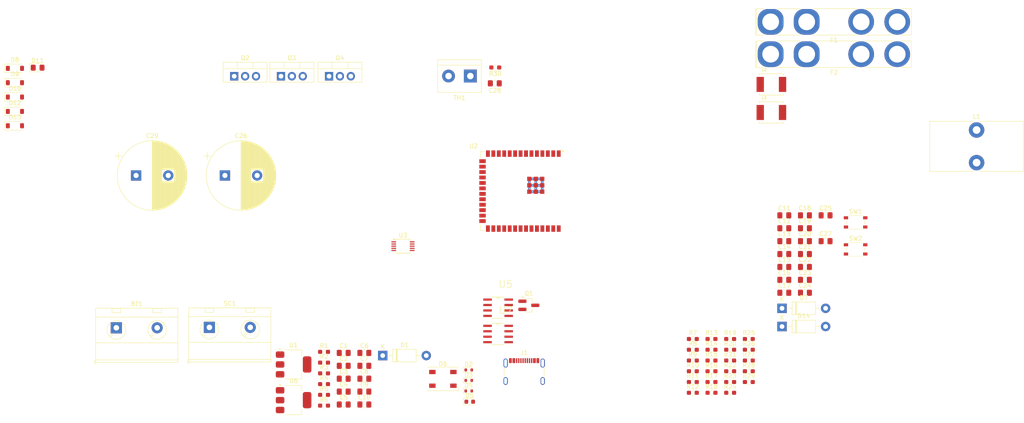
<source format=kicad_pcb>
(kicad_pcb (version 20240108) (generator "pcbnew") (generator_version "8.0")
  (layers (0 "F.Cu" signal) (31 "B.Cu" signal) (34 "B.Paste" user) (35 "F.Paste" user) (36 "B.SilkS" user "B.Silkscreen") (37 "F.SilkS" user "F.Silkscreen") (38 "B.Mask" user) (39 "F.Mask" user) (44 "Edge.Cuts" user))
  (net 0 "")
  (net 1 "VCC_5V")
  (net 2 "GND")
  (net 3 "VCC_3V3")
  (net 4 "GPIO0")
  (net 5 "CHIP_PU")
  (net 6 "Net-(D1-A)")
  (net 7 "D-")
  (net 8 "D+")
  (net 9 "Net-(D5-A)")
  (net 11 "RGB")
  (net 12 "Net-(J1-CC2)")
  (net 13 "Net-(J1-CC1)")
  (net 16 "Net-(BT1-+)")
  (net 17 "Net-(D1-K)")
  (net 19 "Net-(D14-K)")
  (net 31 "Net-(U4-FILTER)")
  (net 35 "SDA")
  (net 43 "SCL")
  (net 49 "A2")
  (net 50 "Net-(D11-K)")
  (net 51 "Net-(PS1-+VOUT)")
  (net 52 "+12V")
  (net 54 "Net-(PS1--VIN(GND))")
  (net 55 "Net-(Q3-S)")
  (net 56 "Net-(U7-VB)")
  (net 57 "A3")
  (net 58 "Net-(IC1-FB)")
  (net 59 "Net-(IC2-FB)")
  (net 60 "Net-(C26-Pad1)")
  (net 61 "A1")
  (net 62 "GPIO18")
  (net 71 "Net-(D7-A)")
  (net 72 "GPIO17")
  (net 73 "Net-(Q2-D)")
  (net 74 "Net-(Q3-G)")
  (net 75 "Net-(Q4-G)")
  (net 76 "Net-(R7-Pad2)")
  (net 77 "Net-(U4-VIOUT)")
  (net 78 "Net-(D11-A)")
  (net 79 "Net-(U7-HO)")
  (net 80 "Net-(U7-LO)")
  (net 81 "GPIO16")
  (net 82 "GPIO15")
  (net 83 "A0")
  (net 84 "Net-(IC2-SW)")
  (net 85 "Net-(IC1-SW)")
  (net 86 "Net-(C29-Pad1)")
  (footprint "Capacitor_SMD:C_0805_2012Metric_Pad1.18x1.45mm_HandSolder" (layer "F.Cu") (at 111.4825 143.54)
    (property "Reference" "C4" (at 0 -1.68 0) (layer "F.SilkS"))
    (property "Value" "10uF")
    (pad "1" smd roundrect (at -1.0375 0) (size 1.175 1.45) (layers "F.Cu" "F.Paste" "F.Mask") (roundrect_rratio 0.212766) (net 3 "VCC_3V3"))
    (pad "2" smd roundrect (at 1.0375 0) (size 1.175 1.45) (layers "F.Cu" "F.Paste" "F.Mask") (roundrect_rratio 0.212766) (net 2 "GND"))
  )
  (footprint "Package_TO_SOT_SMD:SOT-223-3_TabPin2" (layer "F.Cu") (at 99.8025 145.53)
    (property "Reference" "U6" (at 0 -4.5 0) (layer "F.SilkS"))
    (property "Value" "AMS1117-5.0")
    (pad "1" smd roundrect (at -3.15 -2.3) (size 2 1.5) (layers "F.Cu" "F.Paste" "F.Mask") (net 2 "GND"))
    (pad "2" smd roundrect (at -3.15 0) (size 2 1.5) (layers "F.Cu" "F.Paste" "F.Mask") (net 1 "VCC_5V"))
    (pad "2" smd roundrect (at 3.15 0) (size 2 3.8) (layers "F.Cu" "F.Paste" "F.Mask") (net 1 "VCC_5V"))
    (pad "3" smd roundrect (at -3.15 2.3) (size 2 1.5) (layers "F.Cu" "F.Paste" "F.Mask") (net 52 "+12V"))
  )
  (footprint "B82442T1104K050:INDM5650X530N" (layer "F.Cu") (at 211.17 78.4)
    (property "Reference" "L3" (at -1.673 -3.4064 0) (layer "F.SilkS") (effects (font (size 0.64 0.64))))
    (property "Value" "100uH")
    (pad "1" smd rect (at -2.6 0) (size 1.71 3.51) (layers "F.Cu" "F.Paste" "F.Mask") (net 85 "Net-(IC1-SW)"))
    (pad "2" smd rect (at 2.6 0) (size 1.71 3.51) (layers "F.Cu" "F.Paste" "F.Mask") (net 52 "+12V"))
  )
  (footprint "Diode_THT:D_DO-41_SOD81_P10.16mm_Horizontal" (layer "F.Cu") (at 213.65 124.1)
    (property "Reference" "D7" (at 5.08 -2.47 0) (layer "F.SilkS"))
    (property "Value" "1N4007")
    (fp_text user "K" (at 0 -2.1 0) (layer "F.SilkS"))
    (pad "1" thru_hole rect (at 0 0) (size 2.2 2.2) (drill 1.1) (layers "*.Cu" "*.Mask") (net 19 "Net-(D14-K)"))
    (pad "2" thru_hole oval (at 10.16 0) (size 2.2 2.2) (drill 1.1) (layers "*.Cu" "*.Mask") (net 71 "Net-(D7-A)"))
  )
  (footprint "TerminalBlock_MetzConnect:TerminalBlock_MetzConnect_Type703_RT10N02HGLU_1x02_P9.52mm_Horizontal" (layer "F.Cu") (at 80.18 128.55)
    (property "Reference" "SC1" (at 4.76 -5.56 0) (layer "F.SilkS"))
    (property "Value" "15V-80V")
    (pad "1" thru_hole rect (at 0 0) (size 2.6 2.6) (drill 1.3) (layers "*.Cu" "*.Mask") (net 71 "Net-(D7-A)"))
    (pad "2" thru_hole circle (at 9.52 0) (size 2.6 2.6) (drill 1.3) (layers "*.Cu" "*.Mask") (net 2 "GND"))
  )
  (footprint "Capacitor_SMD:C_0805_2012Metric_Pad1.18x1.45mm_HandSolder" (layer "F.Cu") (at 116.2925 137.52)
    (property "Reference" "C7" (at 0 -1.68 0) (layer "F.SilkS"))
    (property "Value" "0u1F")
    (pad "1" smd roundrect (at -1.0375 0) (size 1.175 1.45) (layers "F.Cu" "F.Paste" "F.Mask") (roundrect_rratio 0.212766) (net 5 "CHIP_PU"))
    (pad "2" smd roundrect (at 1.0375 0) (size 1.175 1.45) (layers "F.Cu" "F.Paste" "F.Mask") (roundrect_rratio 0.212766) (net 2 "GND"))
  )
  (footprint "Capacitor_SMD:C_0805_2012Metric_Pad1.18x1.45mm_HandSolder" (layer "F.Cu") (at 214.18 120.47)
    (property "Reference" "C17" (at 0 -1.68 0) (layer "F.SilkS"))
    (property "Value" "10uF")
    (pad "1" smd roundrect (at -1.0375 0) (size 1.175 1.45) (layers "F.Cu" "F.Paste" "F.Mask") (roundrect_rratio 0.212766) (net 56 "Net-(U7-VB)"))
    (pad "2" smd roundrect (at 1.0375 0) (size 1.175 1.45) (layers "F.Cu" "F.Paste" "F.Mask") (roundrect_rratio 0.212766) (net 55 "Net-(Q3-S)"))
  )
  (footprint "Resistor_SMD:R_0603_1608Metric_Pad0.98x0.95mm_HandSolder" (layer "F.Cu") (at 146.8125 67.9 180)
    (property "Reference" "R30" (at 0 -1.43 180) (layer "F.SilkS"))
    (property "Value" "10K")
    (pad "1" smd roundrect (at -0.9125 0 180) (size 0.975 0.95) (layers "F.Cu" "F.Paste" "F.Mask") (net 2 "GND"))
    (pad "2" smd roundrect (at 0.9125 0 180) (size 0.975 0.95) (layers "F.Cu" "F.Paste" "F.Mask") (net 62 "GPIO18"))
  )
  (footprint "Resistor_SMD:R_0603_1608Metric_Pad0.98x0.95mm_HandSolder" (layer "F.Cu") (at 106.9025 139.28)
    (property "Reference" "R3" (at 0 -1.43 0) (layer "F.SilkS"))
    (property "Value" "75")
    (pad "1" smd roundrect (at -0.9125 0) (size 0.975 0.95) (layers "F.Cu" "F.Paste" "F.Mask") (net 3 "VCC_3V3"))
    (pad "2" smd roundrect (at 0.9125 0) (size 0.975 0.95) (layers "F.Cu" "F.Paste" "F.Mask") (net 9 "Net-(D5-A)"))
  )
  (footprint "Resistor_SMD:R_0603_1608Metric_Pad0.98x0.95mm_HandSolder" (layer "F.Cu") (at 197.21 136.28)
    (property "Reference" "R15" (at 0 -1.43 0) (layer "F.SilkS"))
    (property "Value" "100K")
    (pad "1" smd roundrect (at -0.9125 0) (size 0.975 0.95) (layers "F.Cu" "F.Paste" "F.Mask") (net 55 "Net-(Q3-S)"))
    (pad "2" smd roundrect (at 0.9125 0) (size 0.975 0.95) (layers "F.Cu" "F.Paste" "F.Mask") (net 74 "Net-(Q3-G)"))
  )
  (footprint "Diode_SMD:D_SOD-523" (layer "F.Cu") (at 140.6275 143.38)
    (property "Reference" "D4" (at 0 -1.3 0) (layer "F.SilkS"))
    (property "Value" "LESD5D5.0CT1G")
    (pad "1" smd roundrect (at -0.7 0 180) (size 0.6 0.7) (layers "F.Cu" "F.Paste" "F.Mask") (net 2 "GND"))
    (pad "2" smd roundrect (at 0.7 0 180) (size 0.6 0.7) (layers "F.Cu" "F.Paste" "F.Mask") (net 8 "D+"))
  )
  (footprint "B82442T1104K050:INDM5650X530N" (layer "F.Cu") (at 211.17 71.85)
    (property "Reference" "L2" (at -1.673 -3.4064 0) (layer "F.SilkS") (effects (font (size 0.64 0.64))))
    (property "Value" "100uH")
    (pad "1" smd rect (at -2.6 0) (size 1.71 3.51) (layers "F.Cu" "F.Paste" "F.Mask") (net 84 "Net-(IC2-SW)"))
    (pad "2" smd rect (at 2.6 0) (size 1.71 3.51) (layers "F.Cu" "F.Paste" "F.Mask") (net 3 "VCC_3V3"))
  )
  (footprint "LED_SMD:LED_SK6812_PLCC4_5.0x5.0mm_P3.2mm" (layer "F.Cu") (at 134.5975 140.565)
    (property "Reference" "D6" (at 0 -3.5 0) (layer "F.SilkS"))
    (property "Value" "SK6812")
    (pad "1" smd rect (at 2.45 1.6) (size 1.5 1) (layers "F.Cu" "F.Paste" "F.Mask") (net 2 "GND"))
    (pad "2" smd rect (at 2.45 -1.6) (size 1.5 1) (layers "F.Cu" "F.Paste" "F.Mask") (net 11 "RGB"))
    (pad "3" smd rect (at -2.45 -1.6) (size 1.5 1) (layers "F.Cu" "F.Paste" "F.Mask") (net 3 "VCC_3V3"))
    (pad "4" smd rect (at -2.45 1.6) (size 1.5 1) (layers "F.Cu" "F.Paste" "F.Mask"))
  )
  (footprint "Package_TO_SOT_THT:TO-220-3_Vertical" (layer "F.Cu") (at 85.96 69.945)
    (property "Reference" "Q2" (at 2.54 -4.27 0) (layer "F.SilkS"))
    (property "Value" "CSD19505")
    (pad "1" thru_hole rect (at 0 0) (size 1.905 2) (drill 1.1) (layers "*.Cu" "*.Mask") (net 73 "Net-(Q2-D)"))
    (pad "2" thru_hole oval (at 2.54 0) (size 1.905 2) (drill 1.1) (layers "*.Cu" "*.Mask") (net 51 "Net-(PS1-+VOUT)"))
    (pad "3" thru_hole oval (at 5.08 0) (size 1.905 2) (drill 1.1) (layers "*.Cu" "*.Mask") (net 50 "Net-(D11-K)"))
  )
  (footprint "TerminalBlock:TerminalBlock_bornier-2_P5.08mm" (layer "F.Cu") (at 141 69.9 180)
    (property "Reference" "TH1" (at 2.54 -5.08 180) (layer "F.SilkS"))
    (property "Value" "Thermistor_NTC")
    (pad "1" thru_hole rect (at 0 0 180) (size 3 3) (drill 1.52) (layers "*.Cu" "*.Mask") (net 3 "VCC_3V3"))
    (pad "2" thru_hole circle (at 5.08 0 180) (size 3 3) (drill 1.52) (layers "*.Cu" "*.Mask") (net 62 "GPIO18"))
  )
  (footprint "Resistor_SMD:R_0603_1608Metric_Pad0.98x0.95mm_HandSolder" (layer "F.Cu") (at 106.9025 134.26)
    (property "Reference" "R1" (at 0 -1.43 0) (layer "F.SilkS"))
    (property "Value" "5K1")
    (pad "1" smd roundrect (at -0.9125 0) (size 0.975 0.95) (layers "F.Cu" "F.Paste" "F.Mask") (net 13 "Net-(J1-CC1)"))
    (pad "2" smd roundrect (at 0.9125 0) (size 0.975 0.95) (layers "F.Cu" "F.Paste" "F.Mask") (net 2 "GND"))
  )
  (footprint "Diode_SMD:D_SOD-123" (layer "F.Cu") (at 34.85 68.1)
    (property "Reference" "D8" (at 0 -2 0) (layer "F.SilkS"))
    (property "Value" "SS310LW")
    (pad "1" smd roundrect (at -1.65 0) (size 0.9 1.2) (layers "F.Cu" "F.Paste" "F.Mask"))
    (pad "2" smd roundrect (at 1.65 0) (size 0.9 1.2) (layers "F.Cu" "F.Paste" "F.Mask"))
  )
  (footprint "Resistor_SMD:R_0603_1608Metric_Pad0.98x0.95mm_HandSolder" (layer "F.Cu") (at 205.91 133.77)
    (property "Reference" "R26" (at 0 -1.43 0) (layer "F.SilkS"))
    (property "Value" "15K")
    (pad "1" smd roundrect (at -0.9125 0) (size 0.975 0.95) (layers "F.Cu" "F.Paste" "F.Mask") (net 59 "Net-(IC2-FB)"))
    (pad "2" smd roundrect (at 0.9125 0) (size 0.975 0.95) (layers "F.Cu" "F.Paste" "F.Mask") (net 3 "VCC_3V3"))
  )
  (footprint "Resistor_SMD:R_0603_1608Metric_Pad0.98x0.95mm_HandSolder" (layer "F.Cu") (at 106.9025 146.81)
    (property "Reference" "R6" (at 0 -1.43 0) (layer "F.SilkS"))
    (property "Value" "10K")
    (pad "1" smd roundrect (at -0.9125 0) (size 0.975 0.95) (layers "F.Cu" "F.Paste" "F.Mask") (net 5 "CHIP_PU"))
    (pad "2" smd roundrect (at 0.9125 0) (size 0.975 0.95) (layers "F.Cu" "F.Paste" "F.Mask") (net 3 "VCC_3V3"))
  )
  (footprint "Capacitor_SMD:C_0805_2012Metric_Pad1.18x1.45mm_HandSolder" (layer "F.Cu") (at 111.4825 146.55)
    (property "Reference" "C5" (at 0 -1.68 0) (layer "F.SilkS"))
    (property "Value" "0u1F")
    (pad "1" smd roundrect (at -1.0375 0) (size 1.175 1.45) (layers "F.Cu" "F.Paste" "F.Mask") (roundrect_rratio 0.212766) (net 3 "VCC_3V3"))
    (pad "2" smd roundrect (at 1.0375 0) (size 1.175 1.45) (layers "F.Cu" "F.Paste" "F.Mask") (roundrect_rratio 0.212766) (net 2 "GND"))
  )
  (footprint "Resistor_SMD:R_0603_1608Metric_Pad0.98x0.95mm_HandSolder" (layer "F.Cu") (at 205.91 136.28)
    (property "Reference" "R27" (at 0 -1.43 0) (layer "F.SilkS"))
    (property "Value" "47K")
    (pad "1" smd roundrect (at -0.9125 0) (size 0.975 0.95) (layers "F.Cu" "F.Paste" "F.Mask") (net 61 "A1"))
    (pad "2" smd roundrect (at 0.9125 0) (size 0.975 0.95) (layers "F.Cu" "F.Paste" "F.Mask") (net 60 "Net-(C26-Pad1)"))
  )
  (footprint "Capacitor_SMD:C_0805_2012Metric_Pad1.18x1.45mm_HandSolder" (layer "F.Cu") (at 218.99 120.47)
    (property "Reference" "C24" (at 0 -1.68 0) (layer "F.SilkS"))
    (property "Value" "33nF")
    (pad "1" smd roundrect (at -1.0375 0) (size 1.175 1.45) (layers "F.Cu" "F.Paste" "F.Mask") (roundrect_rratio 0.212766) (net 3 "VCC_3V3"))
    (pad "2" smd roundrect (at 1.0375 0) (size 1.175 1.45) (layers "F.Cu" "F.Paste" "F.Mask") (roundrect_rratio 0.212766) (net 59 "Net-(IC2-FB)"))
  )
  (footprint "Capacitor_SMD:C_0805_2012Metric_Pad1.18x1.45mm_HandSolder" (layer "F.Cu") (at 116.2925 140.53)
    (property "Reference" "C8" (at 0 -1.68 0) (layer "F.SilkS"))
    (property "Value" "1uF")
    (pad "1" smd roundrect (at -1.0375 0) (size 1.175 1.45) (layers "F.Cu" "F.Paste" "F.Mask") (roundrect_rratio 0.212766) (net 5 "CHIP_PU"))
    (pad "2" smd roundrect (at 1.0375 0) (size 1.175 1.45) (layers "F.Cu" "F.Paste" "F.Mask") (roundrect_rratio 0.212766) (net 2 "GND"))
  )
  (footprint "Diode_SMD:D_SOD-123" (layer "F.Cu") (at 34.85 78.15)
    (property "Reference" "D12" (at 0 -2 0) (layer "F.SilkS"))
    (property "Value" "SS310LW")
    (pad "1" smd roundrect (at -1.65 0) (size 0.9 1.2) (layers "F.Cu" "F.Paste" "F.Mask"))
    (pad "2" smd roundrect (at 1.65 0) (size 0.9 1.2) (layers "F.Cu" "F.Paste" "F.Mask"))
  )
  (footprint "Capacitor_SMD:C_0805_2012Metric_Pad1.18x1.45mm_HandSolder" (layer "F.Cu") (at 214.18 105.42)
    (property "Reference" "C12" (at 0 -1.68 0) (layer "F.SilkS"))
    (property "Value" "2.2uF")
    (pad "1" smd roundrect (at -1.0375 0) (size 1.175 1.45) (layers "F.Cu" "F.Paste" "F.Mask") (roundrect_rratio 0.212766) (net 31 "Net-(U4-FILTER)"))
    (pad "2" smd roundrect (at 1.0375 0) (size 1.175 1.45) (layers "F.Cu" "F.Paste" "F.Mask") (roundrect_rratio 0.212766) (net 2 "GND"))
  )
  (footprint "Resistor_SMD:R_0603_1608Metric_Pad0.98x0.95mm_HandSolder" (layer "F.Cu") (at 201.56 141.3)
    (property "Reference" "R23" (at 0 -1.43 0) (layer "F.SilkS"))
    (property "Value" "1K")
    (pad "1" smd roundrect (at -0.9125 0) (size 0.975 0.95) (layers "F.Cu" "F.Paste" "F.Mask") (net 2 "GND"))
    (pad "2" smd roundrect (at 0.9125 0) (size 0.975 0.95) (layers "F.Cu" "F.Paste" "F.Mask") (net 58 "Net-(IC1-FB)"))
  )
  (footprint "Resistor_SMD:R_0603_1608Metric_Pad0.98x0.95mm_HandSolder" (layer "F.Cu") (at 197.21 141.3)
    (property "Reference" "R17" (at 0 -1.43 0) (layer "F.SilkS"))
    (property "Value" "100K")
    (pad "1" smd roundrect (at -0.9125 0) (size 0.975 0.95) (layers "F.Cu" "F.Paste" "F.Mask") (net 2 "GND"))
    (pad "2" smd roundrect (at 0.9125 0) (size 0.975 0.95) (layers "F.Cu" "F.Paste" "F.Mask") (net 75 "Net-(Q4-G)"))
  )
  (footprint "Inductor_THT:L_Toroid_Vertical_L21.6mm_W11.4mm_P7.62mm_Pulse_KM-3" (layer "F.Cu") (at 259 82.49)
    (property "Reference" "L1" (at 0 -3.155 0) (layer "F.SilkS"))
    (property "Value" "60uH")
    (pad "1" thru_hole circle (at 0 0) (size 3.6 3.6) (drill 1.8) (layers "*.Cu" "*.Mask") (net 55 "Net-(Q3-S)"))
    (pad "2" thru_hole circle (at 0 7.62) (size 3.6 3.6) (drill 1.8) (layers "*.Cu" "*.Mask") (net 60 "Net-(C26-Pad1)"))
  )
  (footprint "Resistor_SMD:R_0603_1608Metric_Pad0.98x0.95mm_HandSolder" (layer "F.Cu") (at 192.86 138.79)
    (property "Reference" "R10" (at 0 -1.43 0) (layer "F.SilkS"))
    (property "Value" "10K")
    (pad "1" smd roundrect (at -0.9125 0) (size 0.975 0.95) (layers "F.Cu" "F.Paste" "F.Mask") (net 51 "Net-(PS1-+VOUT)"))
    (pad "2" smd roundrect (at 0.9125 0) (size 0.975 0.95) (layers "F.Cu" "F.Paste" "F.Mask") (net 50 "Net-(D11-K)"))
  )
  (footprint "Capacitor_SMD:C_0805_2012Metric_Pad1.18x1.45mm_HandSolder" (layer "F.Cu") (at 111.4825 134.51)
    (property "Reference" "C1" (at 0 -1.68 0) (layer "F.SilkS"))
    (property "Value" "10uF")
    (pad "1" smd roundrect (at -1.0375 0) (size 1.175 1.45) (layers "F.Cu" "F.Paste" "F.Mask") (roundrect_rratio 0.212766) (net 17 "Net-(D1-K)"))
    (pad "2" smd roundrect (at 1.0375 0) (size 1.175 1.45) (layers "F.Cu" "F.Paste" "F.Mask") (roundrect_rratio 0.212766) (net 2 "GND"))
  )
  (footprint "Resistor_SMD:R_0603_1608Metric_Pad0.98x0.95mm_HandSolder" (layer "F.Cu") (at 192.86 133.77)
    (property "Reference" "R8" (at 0 -1.43 0) (layer "F.SilkS"))
    (property "Value" "3.3K")
    (pad "1" smd roundrect (at -0.9125 0) (size 0.975 0.95) (layers "F.Cu" "F.Paste" "F.Mask") (net 76 "Net-(R7-Pad2)"))
    (pad "2" smd roundrect (at 0.9125 0) (size 0.975 0.95) (layers "F.Cu" "F.Paste" "F.Mask") (net 77 "Net-(U4-VIOUT)"))
  )
  (footprint "Resistor_SMD:R_0603_1608Metric_Pad0.98x0.95mm_HandSolder" (layer "F.Cu") (at 106.9025 144.3)
    (property "Reference" "R5" (at 0 -1.43 0) (layer "F.SilkS"))
    (property "Value" "10K")
    (pad "1" smd roundrect (at -0.9125 0) (size 0.975 0.95) (layers "F.Cu" "F.Paste" "F.Mask") (net 5 "CHIP_PU"))
    (pad "2" smd roundrect (at 0.9125 0) (size 0.975 0.95) (layers "F.Cu" "F.Paste" "F.Mask") (net 3 "VCC_3V3"))
  )
  (footprint "Resistor_SMD:R_0603_1608Metric_Pad0.98x0.95mm_HandSolder" (layer "F.Cu") (at 192.86 143.81)
    (property "Reference" "R12" (at 0 -1.43 0) (layer "F.SilkS"))
    (property "Value" "10K")
    (pad "1" smd roundrect (at -0.9125 0) (size 0.975 0.95) (layers "F.Cu" "F.Paste" "F.Mask") (net 72 "GPIO17"))
    (pad "2" smd roundrect (at 0.9125 0) (size 0.975 0.95) (layers "F.Cu" "F.Paste" "F.Mask") (net 2 "GND"))
  )
  (footprint "Capacitor_SMD:C_0805_2012Metric_Pad1.18x1.45mm_HandSolder" (layer "F.Cu") (at 223.8 108.43)
    (property "Reference" "C27" (at 0 -1.68 0) (layer "F.SilkS"))
    (property "Value" "100nF")
    (pad "1" smd roundrect (at -1.0375 0) (size 1.175 1.45) (layers "F.Cu" "F.Paste" "F.Mask") (roundrect_rratio 0.212766) (net 2 "GND"))
    (pad "2" smd roundrect (at 1.0375 0) (size 1.175 1.45) (layers "F.Cu" "F.Paste" "F.Mask") (roundrect_rratio 0.212766) (net 61 "A1"))
  )
  (footprint "Diode_THT:D_DO-41_SOD81_P10.16mm_Horizontal" (layer "F.Cu") (at 120.5725 135.13)
    (property "Reference" "D1" (at 5.08 -2.47 0) (layer "F.SilkS"))
    (property "Value" "1N5819")
    (fp_text user "K" (at 0 -2.1 0) (layer "F.SilkS"))
    (pad "1" thru_hole rect (at 0 0) (size 2.2 2.2) (drill 1.1) (layers "*.Cu" "*.Mask") (net 17 "Net-(D1-K)"))
    (pad "2" thru_hole oval (at 10.16 0) (size 2.2 2.2) (drill 1.1) (layers "*.Cu" "*.Mask") (net 6 "Net-(D1-A)"))
  )
  (footprint "Resistor_SMD:R_0603_1608Metric_Pad0.98x0.95mm_HandSolder" (layer "F.Cu") (at 192.86 131.26)
    (property "Reference" "R7" (at 0 -1.43 0) (layer "F.SilkS"))
    (property "Value" "1K")
    (pad "1" smd roundrect (at -0.9125 0) (size 0.975 0.95) (layers "F.Cu" "F.Paste" "F.Mask") (net 49 "A2"))
    (pad "2" smd roundrect (at 0.9125 0) (size 0.975 0.95) (layers "F.Cu" "F.Paste" "F.Mask") (net 76 "Net-(R7-Pad2)"))
  )
  (footprint "IR2104SPBF:SOIC127P600X175-8N" (layer "F.Cu") (at 147.4694 123.9654)
    (property "Reference" "U5" (at 1.756655 -5.499125 0) (layer "F.SilkS") (effects (font (size 1.643803 1.643803))))
    (property "Value" "IR2104")
    (pad "1" smd rect (at -2.4638 -1.905) (size 1.9812 0.508) (layers "F.Cu" "F.Paste" "F.Mask"))
    (pad "2" smd rect (at -2.4638 -0.635) (size 1.9812 0.508) (layers "F.Cu" "F.Paste" "F.Mask"))
    (pad "3" smd rect (at -2.4638 0.635) (size 1.9812 0.508) (layers "F.Cu" "F.Paste" "F.Mask"))
    (pad "4" smd rect (at -2.4638 1.905) (size 1.9812 0.508) (layers "F.Cu" "F.Paste" "F.Mask"))
    (pad "5" smd rect (at 2.4638 1.905) (size 1.9812 0.508) (layers "F.Cu" "F.Paste" "F.Mask"))
    (pad "6" smd rect (at 2.4638 0.635) (size 1.9812 0.508) (layers "F.Cu" "F.Paste" "F.Mask"))
    (pad "7" smd rect (at 2.4638 -0.635) (size 1.9812 0.508) (layers "F.Cu" "F.Paste" "F.Mask"))
    (pad "8" smd rect (at 2.4638 -1.905) (size 1.9812 0.508) (layers "F.Cu" "F.Paste" "F.Mask"))
  )
  (footprint "RF_Module:ESP32-S3-WROOM-2" (layer "F.Cu") (at 156.34 96.75 -90)
    (property "Reference" "U2" (at -10.5 13.5 180) (layer "F.SilkS") (effects (justify right)))
    (property "Value" "ESP32-S3-WROOM-2")
    (pad "1" smd rect (at -8.75 -5.26 270) (size 1.5 0.9) (layers "F.Cu" "F.Paste" "F.Mask") (net 2 "GND"))
    (pad "2" smd rect (at -8.75 -3.99 270) (size 1.5 0.9) (layers "F.Cu" "F.Paste" "F.Mask") (net 3 "VCC_3V3"))
    (pad "3" smd rect (at -8.75 -2.72 270) (size 1.5 0.9) (layers "F.Cu" "F.Paste" "F.Mask") (net 5 "CHIP_PU"))
    (pad "4" smd rect (at -8.75 -1.45 270) (size 1.5 0.9) (layers "F.Cu" "F.Paste" "F.Mask"))
    (pad "5" smd rect (at -8.75 -0.18 270) (size 1.5 0.9) (layers "F.Cu" "F.Paste" "F.Mask"))
    (pad "6" smd rect (at -8.75 1.09 270) (size 1.5 0.9) (layers "F.Cu" "F.Paste" "F.Mask"))
    (pad "7" smd rect (at -8.75 2.36 270) (size 1.5 0.9) (layers "F.Cu" "F.Paste" "F.Mask"))
    (pad "8" smd rect (at -8.75 3.63 270) (size 1.5 0.9) (layers "F.Cu" "F.Paste" "F.Mask") (net 82 "GPIO15"))
    (pad "9" smd rect (at -8.75 4.9 270) (size 1.5 0.9) (layers "F.Cu" "F.Paste" "F.Mask") (net 81 "GPIO16"))
    (pad "10" smd rect (at -8.75 6.17 270) (size 1.5 0.9) (layers "F.Cu" "F.Paste" "F.Mask") (net 72 "GPIO17"))
    (pad "11" smd rect (at -8.75 7.44 270) (size 1.5 0.9) (layers "F.Cu" "F.Paste" "F.Mask") (net 62 "GPIO18"))
    (pad "12" smd rect (at -8.75 8.71 270) (size 1.5 0.9) (layers "F.Cu" "F.Paste" "F.Mask"))
    (pad "13" smd rect (at -8.75 9.98 270) (size 1.5 0.9) (layers "F.Cu" "F.Paste" "F.Mask") (net 7 "D-"))
    (pad "14" smd rect (at -8.75 11.25 270) (size 1.5 0.9) (layers "F.Cu" "F.Paste" "F.Mask") (net 8 "D+"))
    (pad "15" smd rect (at -6.985 12.5) (size 1.5 0.9) (layers "F.Cu" "F.Paste" "F.Mask"))
    (pad "16" smd rect (at -5.715 12.5) (size 1.5 0.9) (layers "F.Cu" "F.Paste" "F.Mask"))
    (pad "17" smd rect (at -4.445 12.5) (size 1.5 0.9) (layers "F.Cu" "F.Paste" "F.Mask"))
    (pad "18" smd rect (at -3.175 12.5) (size 1.5 0.9) (layers "F.Cu" "F.Paste" "F.Mask"))
    (pad "19" smd rect (at -1.905 12.5) (size 1.5 0.9) (layers "F.Cu" "F.Paste" "F.Mask"))
    (pad "20" smd rect (at -0.635 12.5) (size 1.5 0.9) (layers "F.Cu" "F.Paste" "F.Mask"))
    (pad "21" smd rect (at 0.635 12.5) (size 1.5 0.9) (layers "F.Cu" "F.Paste" "F.Mask"))
    (pad "22" smd rect (at 1.905 12.5) (size 1.5 0.9) (layers "F.Cu" "F.Paste" "F.Mask"))
    (pad "23" smd rect (at 3.175 12.5) (size 1.5 0.9) (layers "F.Cu" "F.Paste" "F.Mask") (net 43 "SCL"))
    (pad "24" smd rect (at 4.445 12.5) (size 1.5 0.9) (layers "F.Cu" "F.Paste" "F.Mask"))
    (pad "25" smd rect (at 5.715 12.5) (size 1.5 0.9) (layers "F.Cu" "F.Paste" "F.Mask"))
    (pad "26" smd rect (at 6.985 12.5) (size 1.5 0.9) (layers "F.Cu" "F.Paste" "F.Mask"))
    (pad "27" smd rect (at 8.75 11.25 270) (size 1.5 0.9) (layers "F.Cu" "F.Paste" "F.Mask") (net 4 "GPIO0"))
    (pad "28" smd rect (at 8.75 9.98 270) (size 1.5 0.9) (layers "F.Cu" "F.Paste" "F.Mask"))
    (pad "29" smd rect (at 8.75 8.71 270) (size 1.5 0.9) (layers "F.Cu" "F.Paste" "F.Mask"))
    (pad "30" smd rect (at 8.75 7.44 270) (size 1.5 0.9) (layers "F.Cu" "F.Paste" "F.Mask"))
    (pad "31" smd rect (at 8.75 6.17 270) (size 1.5 0.9) (layers "F.Cu" "F.Paste" "F.Mask") (net 35 "SDA"))
    (pad "32" smd rect (at 8.75 4.9 270) (size 1.5 0.9) (layers "F.Cu" "F.Paste" "F.Mask"))
    (pad "33" smd rect (at 8.75 3.63 270) (size 1.5 0.9) (layers "F.Cu" "F.Paste" "F.Mask"))
    (pad "34" smd rect (at 8.75 2.36 270) (size 1.5 0.9) (layers "F.Cu" "F.Paste" "F.Mask"))
    (pad "35" smd rect (at 8.75 1.09 270) (size 1.5 0.9) (layers "F.Cu" "F.Paste" "F.Mask"))
    (pad "36" smd rect (at 8.75 -0.18 270) (size 1.5 0.9) (layers "F.Cu" "F.Paste" "F.Mask"))
    (pad "37" smd rect (at 8.75 -1.45 270) (size 1.5 0.9) (layers "F.Cu" "F.Paste" "F.Mask"))
    (pad "38" smd rect (at 8.75 -2.72 270) (size 1.5 0.9) (layers "F.Cu" "F.Paste" "F.Mask"))
    (pad "39" smd rect (at 8.75 -3.99 270) (size 1.5 0.9) (layers "F.Cu" "F.Paste" "F.Mask"))
    (pad "40" smd rect (at 8.75 -5.26 270) (size 1.5 0.9) (layers "F.Cu" "F.Paste" "F.Mask") (net 2 "GND"))
    (pad "41" smd rect (at -2.86 -1.41 270) (size 1 1) (layers "F.Cu" "F.Paste" "F.Mask") (net 2 "GND"))
    (pad "41" thru_hole circle (at -2.86 -0.66 270) (size 0.6 0.6) (drill 0.2) (layers "*.Cu" "*.Mask") (net 2 "GND"))
    (pad "41" smd rect (at -2.86 0.09 270) (size 1 1) (layers "F.Cu" "F.Paste" "F.Mask") (net 2 "GND"))
    (pad "41" thru_hole circle (at -2.86 0.84 270) (size 0.6 0.6) (drill 0.2) (layers "*.Cu" "*.Mask") (net 2 "GND"))
    (pad "41" smd rect (at -2.86 1.59 270) (size 1 1) (layers "F.Cu" "F.Paste" "F.Mask") (net 2 "GND"))
    (pad "41" thru_hole circle (at -2.11 -1.41 270) (size 0.6 0.6) (drill 0.2) (layers "*.Cu" "*.Mask") (net 2 "GND"))
    (pad "41" thru_hole circle (at -2.11 0.09 270) (size 0.6 0.6) (drill 0.2) (layers "*.Cu" "*.Mask") (net 2 "GND"))
    (pad "41" thru_hole circle (at -2.11 1.59 270) (size 0.6 0.6) (drill 0.2) (layers "*.Cu" "*.Mask") (net 2 "GND"))
    (pad "41" smd rect (at -1.36 -1.41 270) (size 1 1) (layers "F.Cu" "F.Paste" "F.Mask") (net 2 "GND"))
    (pad "41" thru_hole circle (at -1.36 -0.66 270) (size 0.6 0.6) (drill 0.2) (layers "*.Cu" "*.Mask") (net 2 "GND"))
    (pad "41" smd rect (at -1.36 0.09 270) (size 1 1) (layers "F.Cu" "F.Paste" "F.Mask") (net 2 "GND"))
    (pad "41" thru_hole circle (at -1.36 0.84 270) (size 0.6 0.6) (drill 0.2) (layers "*.Cu" "*.Mask") (net 2 "GND"))
    (pad "41" smd rect (at -1.36 1.59 270) (size 1 1) (layers "F.Cu" "F.Paste" "F.Mask") (net 2 "GND"))
    (pad "41" thru_hole circle (at -0.61 -1.41 270) (size 0.6 0.6) (drill 0.2) (layers "*.Cu" "*.Mask") (net 2 "GND"))
    (pad "41" thru_hole circle (at -0.61 0.09 270) (size 0.6 0.6) (drill 0.2) (layers "*.Cu" "*.Mask") (net 2 "GND"))
    (pad "41" thru_hole circle (at -0.61 1.59 270) (size 0.6 0.6) (drill 0.2) (layers "*.Cu" "*.Mask") (net 2 "GND"))
    (pad "41" smd rect (at 0.14 -1.41 270) (size 1 1) (layers "F.Cu" "F.Paste" "F.Mask") (net 2 "GND"))
    (pad "41" thru_hole circle (at 0.14 -0.66 270) (size 0.6 0.6) (drill 0.2) (layers "*.Cu" "*.Mask") (net 2 "GND"))
    (pad "41" smd rect (at 0.14 0.09 270) (size 1 1) (layers "F.Cu" "F.Paste" "F.Mask") (net 2 "GND"))
    (pad "41" thru_hole circle (at 0.14 0.84 270) (size 0.6 0.6) (drill 0.2) (layers "*.Cu" "*.Mask") (net 2 "GND"))
    (pad "41" smd rect (at 0.14 1.59 270) (size 1 1) (layers "F.Cu" "F.Paste" "F.Mask") (net 2 "GND"))
  )
  (footprint "PTS815_SJG_250_SMTR_LFS:PTS815SJG250SMTRLFS" (layer "F.Cu") (at 230.805 104.055)
    (property "Reference" "SW1" (at 0 -2.54 0) (layer "F.SilkS"))
    (property "Value" "PTS810_SJM_250_SMTR_LFS")
    (pad "1" smd rect (at -2.25 -1.075) (size 1 0.7) (layers "F.Cu" "F.Paste" "F.Mask") (net 2 "GND"))
    (pad "2" smd rect (at 2.25 -1.075) (size 1 0.7) (layers "F.Cu" "F.Paste" "F.Mask") (net 2 "GND"))
    (pad "3" smd rect (at -2.25 1.075) (size 1 0.7) (layers "F.Cu" "F.Paste" "F.Mask") (net 4 "GPIO0"))
    (pad "4" smd rect (at 2.25 1.075) (size 1 0.7) (layers "F.Cu" "F.Paste" "F.Mask") (net 4 "GPIO0"))
  )
  (footprint "Resistor_SMD:R_0603_1608Metric_Pad0.98x0.95mm_HandSolder" (layer "F.Cu") (at 197.21 143.81)
    (property "Reference" "R18" (at 0 -1.43 0) (layer "F.SilkS"))
    (property "Value" "10K")
    (pad "1" smd roundrect (at -0.9125 0) (size 0.975 0.95) (layers "F.Cu" "F.Paste" "F.Mask") (net 81 "GPIO16"))
    (pad "2" smd roundrect (at 0.9125 0) (size 0.975 0.95) (layers "F.Cu" "F.Paste" "F.Mask") (net 2 "GND"))
  )
  (footprint "Diode_THT:D_DO-41_SOD81_P10.16mm_Horizontal" (layer "F.Cu") (at 213.65 128.35)
    (property "Reference" "D14" (at 5.08 -2.47 0) (layer "F.SilkS"))
    (property "Value" "1N4007")
    (fp_text user "K" (at 0 -2.1 0) (layer "F.SilkS"))
    (pad "1" thru_hole rect (at 0 0) (size 2.2 2.2) (drill 1.1) (layers "*.Cu" "*.Mask") (net 19 "Net-(D14-K)"))
    (pad "2" thru_hole oval (at 10.16 0) (size 2.2 2.2) (drill 1.1) (layers "*.Cu" "*.Mask") (net 16 "Net-(BT1-+)"))
  )
  (footprint "LED_SMD:LED_0805_2012Metric_Pad1.15x1.40mm_HandSolder" (layer "F.Cu") (at 40.14 67.945)
    (property "Reference" "D11" (at 0 -1.65 0) (layer "F.SilkS"))
    (property "Value" "LED")
    (pad "1" smd roundrect (at -1.025 0) (size 1.15 1.4) (layers "F.Cu" "F.Paste" "F.Mask") (roundrect_rratio 0.217391) (net 50 "Net-(D11-K)"))
    (pad "2" smd roundrect (at 1.025 0) (size 1.15 1.4) (layers "F.Cu" "F.Paste" "F.Mask") (roundrect_rratio 0.217391) (net 78 "Net-(D11-A)"))
  )
  (footprint "TerminalBlock_MetzConnect:TerminalBlock_MetzConnect_Type703_RT10N02HGLU_1x02_P9.52mm_Horizontal" (layer "F.Cu") (at 58.48 128.65)
    (property "Reference" "BT1" (at 4.76 -5.56 0) (layer "F.SilkS"))
    (property "Value" "0-50V")
    (pad "1" thru_hole rect (at 0 0) (size 2.6 2.6) (drill 1.3) (layers "*.Cu" "*.Mask") (net 16 "Net-(BT1-+)"))
    (pad "2" thru_hole circle (at 9.52 0) (size 2.6 2.6) (drill 1.3) (layers "*.Cu" "*.Mask") (net 2 "GND"))
  )
  (footprint "Capacitor_SMD:C_0805_2012Metric_Pad1.18x1.45mm_HandSolder" (layer "F.Cu") (at 116.2925 146.55)
    (property "Reference" "C10" (at 0 -1.68 0) (layer "F.SilkS"))
    (property "Value" "0u1F")
    (pad "1" smd roundrect (at -1.0375 0) (size 1.175 1.45) (layers "F.Cu" "F.Paste" "F.Mask") (roundrect_rratio 0.212766) (net 2 "GND"))
    (pad "2" smd roundrect (at 1.0375 0) (size 1.175 1.45) (layers "F.Cu" "F.Paste" "F.Mask") (roundrect_rratio 0.212766) (net 3 "VCC_3V3"))
  )
  (footprint "Capacitor_SMD:C_0805_2012Metric_Pad1.18x1.45mm_HandSolder" (layer "F.Cu") (at 218.99 114.45)
    (property "Reference" "C22" (at 0 -1.68 0) (layer "F.SilkS"))
    (property "Value" "4.7uF")
    (pad "1" smd roundrect (at -1.0375 0) (size 1.175 1.45) (layers "F.Cu" "F.Paste" "F.Mask") (roundrect_rratio 0.212766) (net 52 "+12V"))
    (pad "2" smd roundrect (at 1.0375 0) (size 1.175 1.45) (layers "F.Cu" "F.Paste" "F.Mask") (roundrect_rratio 0.212766) (net 2 "GND"))
  )
  (footprint "Resistor_SMD:R_0603_1608Metric_Pad0.98x0.95mm_HandSolder" (layer "F.Cu") (at 197.21 131.26)
    (property "Reference" "R13" (at 0 -1.43 0) (layer "F.SilkS"))
    (property "Value" "15K")
    (pad "1" smd roundrect (at -0.9125 0) (size 0.975 0.95) (layers "F.Cu" "F.Paste" "F.Mask") (net 58 "Net-(IC1-FB)"))
    (pad "2" smd roundrect (at 0.9125 0) (size 0.975 0.95) (layers "F.Cu" "F.Paste" "F.Mask") (net 52 "+12V"))
  )
  (footprint "Package_TO_SOT_THT:TO-220-3_Vertical" (layer "F.Cu") (at 96.86 69.945)
    (property "Reference" "Q3" (at 2.54 -4.27 0) (layer "F.SilkS"))
    (property "Value" "CSD19505")
    (pad "1" thru_hole rect (at 0 0) (size 1.905 2) (drill 1.1) (layers "*.Cu" "*.Mask") (net 73 "Net-(Q2-D)"))
    (pad "2" thru_hole oval (at 2.54 0) (size 1.905 2) (drill 1.1) (layers "*.Cu" "*.Mask") (net 74 "Net-(Q3-G)"))
    (pad "3" thru_hole oval (at 5.08 0) (size 1.905 2) (drill 1.1) (layers "*.Cu" "*.Mask") (net 55 "Net-(Q3-S)"))
  )
  (footprint "IR2104SPBF:SOIC127P600X175-8N" (layer "F.Cu") (at 147.4694 130.0962)
    (property "Reference" "U7" (at 1.756655 -5.499125 0) (layer "F.SilkS") (effects (font (size 1.643803 1.643803))))
    (property "Value" "IR2104")
    (pad "1" smd rect (at -2.4638 -1.905) (size 1.9812 0.508) (layers "F.Cu" "F.Paste" "F.Mask") (net 52 "+12V"))
    (pad "2" smd rect (at -2.4638 -0.635) (size 1.9812 0.508) (layers "F.Cu" "F.Paste" "F.Mask") (net 81 "GPIO16"))
    (pad "3" smd rect (at -2.4638 0.635) (size 1.9812 0.508) (layers "F.Cu" "F.Paste" "F.Mask") (net 82 "GPIO15"))
    (pad "4" smd rect (at -2.4638 1.905) (size 1.9812 0.508) (layers "F.Cu" "F.Paste" "F.Mask") (net 2 "GND"))
    (pad "5" smd rect (at 2.4638 1.905) (size 1.9812 0.508) (layers "F.Cu" "F.Paste" "F.Mask") (net 80 "Net-(U7-LO)"))
    (pad "6" smd rect (at 2.4638 0.635) (size 1.9812 0.508) (layers "F.Cu" "F.Paste" "F.Mask") (net 55 "Net-(Q3-S)"))
    (pad "7" smd rect (at 2.4638 -0.635) (size 1.9812 0.508) (layers "F.Cu" "F.Paste" "F.Mask") (net 79 "Net-(U7-HO)"))
    (pad "8" smd rect (at 2.4638 -1.905) (size 1.9812 0.508) (layers "F.Cu" "F.Paste" "F.Mask") (net 56 "Net-(U7-VB)"))
  )
  (footprint "Connector_USB:USB_C_Receptacle_GCT_USB4105-xx-A_16P_TopMnt_Horizontal" (layer "F.Cu") (at 153.54 139.99)
    (property "Reference" "J1" (at 0 -5.5 0) (layer "F.SilkS"))
    (property "Value" "USB_C_Receptacle_USB2.0_16P")
    (pad "" np_thru_hole circle (at -2.89 -2.605) (size 0.65 0.65) (drill 0.65) (layers "F&B.Cu" "*.Mask"))
    (pad "" np_thru_hole circle (at 2.89 -2.605) (size 0.65 0.65) (drill 0.65) (layers "F&B.Cu" "*.Mask"))
    (pad "A1" smd roundrect (at -3.2 -3.68) (size 0.6 1.15) (layers "F.Cu" "F.Paste" "F.Mask") (net 2 "GND"))
    (pad "A4" smd roundrect (at -2.4 -3.68) (size 0.6 1.15) (layers "F.Cu" "F.Paste" "F.Mask") (net 6 "Net-(D1-A)"))
    (pad "A5" smd roundrect (at -1.25 -3.68) (size 0.3 1.15) (layers "F.Cu" "F.Paste" "F.Mask") (net 13 "Net-(J1-CC1)"))
    (pad "A6" smd roundrect (at -0.25 -3.68) (size 0.3 1.15) (layers "F.Cu" "F.Paste" "F.Mask") (net 8 "D+"))
    (pad "A7" smd roundrect (at 0.25 -3.68) (size 0.3 1.15) (layers "F.Cu" "F.Paste" "F.Mask") (net 7 "D-"))
    (pad "A8" smd roundrect (at 1.25 -3.68) (size 0.3 1.15) (layers "F.Cu" "F.Paste" "F.Mask"))
    (pad "A9" smd roundrect (at 2.4 -3.68) (size 0.6 1.15) (layers "F.Cu" "F.Paste" "F.Mask") (net 6 "Net-(D1-A)"))
    (pad "A12" smd roundrect (at 3.2 -3.68) (size 0.6 1.15) (layers "F.Cu" "F.Paste" "F.Mask") (net 2 "GND"))
    (pad "B1" smd roundrect (at 3.2 -3.68) (size 0.6 1.15) (layers "F.Cu" "F.Paste" "F.Mask") (net 2 "GND"))
    (pad "B4" smd roundrect (at 2.4 -3.68) (size 0.6 1.15) (layers "F.Cu" "F.Paste" "F.Mask") (net 6 "Net-(D1-A)"))
    (pad "B5" smd roundrect (at 1.75 -3.68) (size 0.3 1.15) (layers "F.Cu" "F.Paste" "F.Mask") (net 12 "Net-(J1-CC2)"))
    (pad "B6" smd roundrect (at 0.75 -3.68) (size 0.3 1.15) (layers "F.Cu" "F.Paste" "F.Mask") (net 8 "D+"))
    (pad "B7" smd roundrect (at -0.75 -3.68) (size 0.3 1.15) (layers "F.Cu" "F.Paste" "F.Mask") (net 7 "D-"))
    (pad "B8" smd roundrect (at -1.75 -3.68) (size 0.3 1.15) (layers "F.Cu" "F.Paste" "F.Mask"))
    (pad "B9" smd roundrect (at -2.4 -3.68) (size 0.6 1.15) (layers "F.Cu" "F.Paste" "F.Mask") (net 6 "Net-(D1-A)"))
    (pad "B12" smd roundrect (at -3.2 -3.68) (size 0.6 1.15) (layers "F.Cu" "F.Paste" "F.Mask") (net 2 "GND"))
    (pad "S1" thru_hole oval (at -4.32 -3.105) (size 1 2.1) (drill oval 0.6 1.7) (layers "*.Cu" "*.Mask" "F.Paste") (net 2 "GND"))
    (pad "S1" thru_hole oval (at -4.32 1.075) (size 1 1.8) (drill oval 0.6 1.4) (layers "*.Cu" "*.Mask" "F.Paste") (net 2 "GND"))
    (pad "S1" thru_hole oval (at 4.32 -3.105) (size 1 2.1) (drill oval 0.6 1.7) (layers "*.Cu" "*.Mask" "F.Paste") (net 2 "GND"))
    (pad "S1" thru_hole oval (at 4.32 1.075) (size 1 1.8) (drill oval 0.6 1.4) (layers "*.Cu" "*.Mask" "F.Paste") (net 2 "GND"))
  )
  (footprint "Capacitor_SMD:C_0805_2012Metric_Pad1.18x1.45mm_HandSolder" (layer "F.Cu") (at 218.99 117.46)
    (property "Reference" "C23" (at 0 -1.68 0) (layer "F.SilkS"))
    (property "Value" "4.7uF")
    (pad "1" smd roundrect (at -1.0375 0) (size 1.175 1.45) (layers "F.Cu" "F.Paste" "F.Mask") (roundrect_rratio 0.212766) (net 1 "VCC_5V"))
    (pad "2" smd roundrect (at 1.0375 0) (size 1.175 1.45) (layers "F.Cu" "F.Paste" "F.Mask") (roundrect_rratio 0.212766) (net 2 "GND"))
  )
  (footprint "Capacitor_SMD:C_0805_2012Metric_Pad1.18x1.45mm_HandSolder" (layer "F.Cu") (at 223.8 102.41)
    (property "Reference" "C25" (at 0 -1.68 0) (layer "F.SilkS"))
    (property "Value" "100uF")
    (pad "1" smd roundrect (at -1.0375 0) (size 1.175 1.45) (layers "F.Cu" "F.Paste" "F.Mask") (roundrect_rratio 0.212766) (net 3 "VCC_3V3"))
    (pad "2" smd roundrect (at 1.0375 0) (size 1.175 1.45) (layers "F.Cu" "F.Paste" "F.Mask") (roundrect_rratio 0.212766) (net 2 "GND"))
  )
  (footprint "Resistor_SMD:R_0603_1608Metric_Pad0.98x0.95mm_HandSolder" (layer "F.Cu") (at 205.91 138.79)
    (property "Reference" "R28" (at 0 -1.43 0) (layer "F.SilkS"))
    (property "Value" "1K")
    (pad "1" smd roundrect (at -0.9125 0) (size 0.975 0.95) (layers "F.Cu" "F.Paste" "F.Mask") (net 2 "GND"))
    (pad "2" smd roundrect (at 0.9125 0) (size 0.975 0.95) (layers "F.Cu" "F.Paste" "F.Mask") (net 61 "A1"))
  )
  (footprint "Capacitor_SMD:C_0805_2012Metric_Pad1.18x1.45mm_HandSolder" (layer "F.Cu") (at 214.18 102.41)
    (property "Reference" "C11" (at 0 -1.68 0) (layer "F.SilkS"))
    (property "Value" "47uF")
    (pad "1" smd roundrect (at -1.0375 0) (size 1.175 1.45) (layers "F.Cu" "F.Paste" "F.Mask") (roundrect_rratio 0.212766) (net 19 "Net-(D14-K)"))
    (pad "2" smd roundrect (at 1.0375 0) (size 1.175 1.45) (layers "F.Cu" "F.Paste" "F.Mask") (roundrect_rratio 0.212766) (net 2 "GND"))
  )
  (footprint "Resistor_SMD:R_0603_1608Metric_Pad0.98x0.95mm_HandSolder" (layer "F.Cu") (at 201.56 136.28)
    (property "Reference" "R21" (at 0 -1.43 0) (layer "F.SilkS"))
    (property "Value" "100K")
    (pad "1" smd roundrect (at -0.9125 0) (size 0.975 0.95) (layers "F.Cu" "F.Paste" "F.Mask") (net 2 "GND"))
    (pad "2" smd roundrect (at 0.9125 0) (size 0.975 0.95) (layers "F.Cu" "F.Paste" "F.Mask") (net 57 "A3"))
  )
  (footprint "PTS815_SJG_250_SMTR_LFS:PTS815SJG250SMTRLFS" (layer "F.Cu") (at 230.805 110.355)
    (property "Reference" "SW2" (at 0 -2.54 0) (layer "F.SilkS"))
    (property "Value" "PTS810_SJM_250_SMTR_LFS")
    (pad "1" smd rect (at -2.25 -1.075) (size 1 0.7) (layers "F.Cu" "F.Paste" "F.Mask") (net 2 "GND"))
    (pad "2" smd rect (at 2.25 -1.075) (size 1 0.7) (layers "F.Cu" "F.Paste" "F.Mask") (net 2 "GND"))
    (pad "3" smd rect (at -2.25 1.075) (size 1 0.7) (layers "F.Cu" "F.Paste" "F.Mask") (net 5 "CHIP_PU"))
    (pad "4" smd rect (at 2.25 1.075) (size 1 0.7) (layers "F.Cu" "F.Paste" "F.Mask") (net 5 "CHIP_PU"))
  )
  (footprint "Capacitor_SMD:C_0805_2012Metric_Pad1.18x1.45mm_HandSolder" (layer "F.Cu") (at 146.7 71.6 180)
    (property "Reference" "C28" (at 0 -1.68 180) (layer "F.SilkS"))
    (property "Value" "100uF")
    (pad "1" smd roundrect (at -1.0375 0 180) (size 1.175 1.45) (layers "F.Cu" "F.Paste" "F.Mask") (roundrect_rratio 0.212766) (net 62 "GPIO18"))
    (pad "2" smd roundrect (at 1.0375 0 180) (size 1.175 1.45) (layers "F.Cu" "F.Paste" "F.Mask") (roundrect_rratio 0.212766) (net 2 "GND"))
  )
  (footprint "Diode_SMD:D_SOD-523" (layer "F.Cu") (at 140.6275 138.48)
    (property "Reference" "D2" (at 0 -1.3 0) (layer "F.SilkS"))
    (property "Value" "LESD5D5.0CT1G")
    (pad "1" smd roundrect (at -0.7 0 180) (size 0.6 0.7) (layers "F.Cu" "F.Paste" "F.Mask") (net 2 "GND"))
    (pad "2" smd roundrect (at 0.7 0 180) (size 0.6 0.7) (layers "F.Cu" "F.Paste" "F.Mask") (net 6 "Net-(D1-A)"))
  )
  (footprint "Capacitor_SMD:C_0805_2012Metric_Pad1.18x1.45mm_HandSolder" (layer "F.Cu") (at 214.18 108.43)
    (property "Reference" "C13" (at 0 -1.68 0) (layer "F.SilkS"))
    (property "Value" "2.2uF")
    (pad "1" smd roundrect (at -1.0375 0) (size 1.175 1.45) (layers "F.Cu" "F.Paste" "F.Mask") (roundrect_rratio 0.212766) (net 49 "A2"))
    (pad "2" smd roundrect (at 1.0375 0) (size 1.175 1.45) (layers "F.Cu" "F.Paste" "F.Mask") (roundrect_rratio 0.212766) (net 2 "GND"))
  )
  (footprint "Capacitor_SMD:C_0805_2012Metric_Pad1.18x1.45mm_HandSolder" (layer "F.Cu") (at 218.99 108.43)
    (property "Reference" "C20" (at 0 -1.68 0) (layer "F.SilkS"))
    (property "Value" "33nF")
    (pad "1" smd roundrect (at -1.0375 0) (size 1.175 1.45) (layers "F.Cu" "F.Paste" "F.Mask") (roundrect_rratio 0.212766) (net 52 "+12V"))
    (pad "2" smd roundrect (at 1.0375 0) (size 1.175 1.45) (layers "F.Cu" "F.Paste" "F.Mask") (roundrect_rratio 0.212766) (net 58 "Net-(IC1-FB)"))
  )
  (footprint "Capacitor_SMD:C_0805_2012Metric_Pad1.18x1.45mm_HandSolder" (layer "F.Cu") (at 111.4825 140.53)
    (property "Reference" "C3" (at 0 -1.68 0) (layer "F.SilkS"))
    (property "Value" "0u1F")
    (pad "1" smd roundrect (at -1.0375 0) (size 1.175 1.45) (layers "F.Cu" "F.Paste" "F.Mask") (roundrect_rratio 0.212766) (net 17 "Net-(D1-K)"))
    (pad "2" smd roundrect (at 1.0375 0) (size 1.175 1.45) (layers "F.Cu" "F.Paste" "F.Mask") (roundrect_rratio 0.212766) (net 2 "GND"))
  )
  (footprint "Diode_SMD:D_SOD-123" (layer "F.Cu") (at 34.85 81.5)
    (property "Reference" "D13" (at 0 -2 0) (layer "F.SilkS"))
    (property "Value" "SS310LW")
    (pad "1" smd roundrect (at -1.65 0) (size 0.9 1.2) (layers "F.Cu" "F.Paste" "F.Mask"))
    (pad "2" smd roundrect (at 1.65 0) (size 0.9 1.2) (layers "F.Cu" "F.Paste" "F.Mask"))
  )
  (footprint "Resistor_SMD:R_0603_1608Metric_Pad0.98x0.95mm_HandSolder" (layer "F.Cu") (at 197.21 138.79)
    (property "Reference" "R16" (at 0 -1.43 0) (layer "F.SilkS"))
    (property "Value" "100")
    (pad "1" smd roundrect (at -0.9125 0) (size 0.975 0.95) (layers "F.Cu" "F.Paste" "F.Mask") (net 75 "Net-(Q4-G)"))
    (pad "2" smd roundrect (at 0.9125 0) (size 0.975 0.95) (layers "F.Cu" "F.Paste" "F.Mask") (net 80 "Net-(U7-LO)"))
  )
  (footprint "Capacitor_SMD:C_0805_2012Metric_Pad1.18x1.45mm_HandSolder" (layer "F.Cu") (at 218.99 105.42)
    (property "Reference" "C19" (at 0 -1.68 0) (layer "F.SilkS"))
    (property "Value" "100nF")
    (pad "1" smd roundrect (at -1.0375 0) (size 1.175 1.45) (layers "F.Cu" "F.Paste" "F.Mask") (roundrect_rratio 0.212766) (net 2 "GND"))
    (pad "2" smd roundrect (at 1.0375 0) (size 1.175 1.45) (layers "F.Cu" "F.Paste" "F.Mask") (roundrect_rratio 0.212766) (net 57 "A3"))
  )
  (footprint "Package_SO:TSSOP-10_3x3mm_P0.5mm" (layer "F.Cu") (at 125.3 109.6)
    (property "Reference" "U3" (at 0 -2.55 0) (layer "F.SilkS"))
    (property "Value" "ADS1015IDGS")
    (pad "1" smd rect (at -2.15 -1) (size 1.1 0.25) (layers "F.Cu" "F.Paste" "F.Mask") (net 2 "GND"))
    (pad "2" smd rect (at -2.15 -0.5) (size 1.1 0.25) (layers "F.Cu" "F.Paste" "F.Mask"))
    (pad "3" smd rect (at -2.15 0) (size 1.1 0.25) (layers "F.Cu" "F.Paste" "F.Mask") (net 2 "GND"))
    (pad "4" smd rect (at -2.15 0.5) (size 1.1 0.25) (layers "F.Cu" "F.Paste" "F.Mask") (net 83 "A0"))
    (pad "5" smd rect (at -2.15 1) (size 1.1 0.25) (layers "F.Cu" "F.Paste" "F.Mask") (net 61 "A1"))
    (pad "6" smd rect (at 2.15 1) (size 1.1 0.25) (layers "F.Cu" "F.Paste" "F.Mask") (net 49 "A2"))
    (pad "7" smd rect (at 2.15 0.5) (size 1.1 0.25) (layers "F.Cu" "F.Paste" "F.Mask") (net 57 "A3"))
    (pad "8" smd rect (at 2.15 0) (size 1.1 0.25) (layers "F.Cu" "F.Paste" "F.Mask") (net 3 "VCC_3V3"))
    (pad "9" smd rect (at 2.15 -0.5) (size 1.1 0.25) (layers "F.Cu" "F.Paste" "F.Mask") (net 35 "SDA"))
    (pad "10" smd rect (at 2.15 -1) (size 1.1 0.25) (layers "F.Cu" "F.Paste" "F.Mask") (net 43 "SCL"))
  )
  (footprint "Diode_SMD:D_SOD-123" (layer "F.Cu") (at 34.85 71.45)
    (property "Reference" "D9" (at 0 -2 0) (layer "F.SilkS"))
    (property "Value" "SS310LW")
    (pad "1" smd roundrect (at -1.65 0) (size 0.9 1.2) (layers "F.Cu" "F.Paste" "F.Mask"))
    (pad "2" smd roundrect (at 1.65 0) (size 0.9 1.2) (layers "F.Cu" "F.Paste" "F.Mask"))
  )
  (footprint "Diode_SMD:D_SOD-523" (layer "F.Cu") (at 140.6275 140.93)
    (property "Reference" "D3" (at 0 -1.3 0) (layer "F.SilkS"))
    (property "Value" "LESD5D5.0CT1G")
    (pad "1" smd roundrect (at -0.7 0 180) (size 0.6 0.7) (layers "F.Cu" "F.Paste" "F.Mask") (net 2 "GND"))
    (pad "2" smd roundrect (at 0.7 0 180) (size 0.6 0.7) (layers "F.Cu" "F.Paste" "F.Mask") (net 7 "D-"))
  )
  (footprint "Package_TO_SOT_SMD:SOT-223-3_TabPin2" (layer "F.Cu") (at 99.8025 137.205)
    (property "Reference" "U1" (at 0 -4.5 0) (layer "F.SilkS"))
    (property "Value" "AMS1117-3.3")
    (pad "1" smd roundrect (at -3.15 -2.3) (size 2 1.5) (layers "F.Cu" "F.Paste" "F.Mask") (net 2 "GND"))
    (pad "2" smd roundrect (at -3.15 0) (size 2 1.5) (layers "F.Cu" "F.Paste" "F.Mask") (net 3 "VCC_3V3"))
    (pad "2" smd roundrect (at 3.15 0) (size 2 3.8) (layers "F.Cu" "F.Paste" "F.Mask") (net 3 "VCC_3V3"))
    (pad "3" smd roundrect (at -3.15 2.3) (size 2 1.5) (layers "F.Cu" "F.Paste" "F.Mask") (net 17 "Net-(D1-K)"))
  )
  (footprint "Resistor_SMD:R_0603_1608Metric_Pad0.98x0.95mm_HandSolder" (layer "F.Cu") (at 201.56 131.26)
    (property "Reference" "R19" (at 0 -1.43 0) (layer "F.SilkS"))
    (property "Value" "10K")
    (pad "1" smd roundrect (at -0.9125 0) (size 0.975 0.95) (layers "F.Cu" "F.Paste" "F.Mask") (net 82 "GPIO15"))
    (pad "2" smd roundrect (at 0.9125 0) (size 0.975 0.95) (layers "F.Cu" "F.Paste" "F.Mask") (net 2 "GND"))
  )
  (footprint "Resistor_SMD:R_0603_1608Metric_Pad0.98x0.95mm_HandSolder" (layer "F.Cu") (at 197.21 133.77)
    (property "Reference" "R14" (at 0 -1.43 0) (layer "F.SilkS"))
    (property "Value" "100")
    (pad "1" smd roundrect (at -0.9125 0) (size 0.975 0.95) (layers "F.Cu" "F.Paste" "F.Mask") (net 74 "Net-(Q3-G)"))
    (pad "2" smd roundrect (at 0.9125 0) (size 0.975 0.95) (layers "F.Cu" "F.Paste" "F.Mask") (net 79 "Net-(U7-HO)"))
  )
  (footprint "Package_TO_SOT_THT:TO-220-3_Vertical" (layer "F.Cu") (at 108.06 69.945)
    (property "Reference" "Q4" (at 2.54 -4.27 0) (layer "F.SilkS"))
    (property "Value" "CSD19505")
    (pad "1" thru_hole rect (at 0 0) (size 1.905 2) (drill 1.1) (layers "*.Cu" "*.Mask") (net 55 "Net-(Q3-S)"))
    (pad "2" thru_hole oval (at 2.54 0) (size 1.905 2) (drill 1.1) (layers "*.Cu" "*.Mask") (net 75 "Net-(Q4-G)"))
    (pad "3" thru_hole oval (at 5.08 0) (size 1.905 2) (drill 1.1) (layers "*.Cu" "*.Mask") (net 2 "GND"))
  )
  (footprint "Resistor_SMD:R_0603_1608Metric_Pad0.98x0.95mm_HandSolder" (layer "F.Cu") (at 192.86 136.28)
    (property "Reference" "R9" (at 0 -1.43 0) (layer "F.SilkS"))
    (property "Value" "10K")
    (pad "1" smd roundrect (at -0.9125 0) (size 0.975 0.95) (layers "F.Cu" "F.Paste" "F.Mask") (net 2 "GND"))
    (pad "2" smd roundrect (at 0.9125 0) (size 0.975 0.95) (layers "F.Cu" "F.Paste" "F.Mask") (net 76 "Net-(R7-Pad2)"))
  )
  (footprint "Fuse:Fuseholder_Keystone_3555-2" (layer "F.Cu") (at 211 64.8)
    (property "Reference" "F2" (at 14.75 4.25 0) (layer "F.SilkS"))
    (property "Value" "35A")
    (pad "1" thru_hole roundrect (at 0 0 90) (size 6 6) (drill 3.9) (layers "*.Cu" "*.Mask") (roundrect_rratio 0.4) (net 60 "Net-(C26-Pad1)"))
    (pad "1" thru_hole roundrect (at 8.4 0) (size 6 6) (drill 3.9) (layers "*.Cu" "*.Mask") (roundrect_rratio 0.4) (net 60 "Net-(C26-Pad1)"))
    (pad "2" thru_hole circle (at 21.1 0) (size 6 6) (drill 3.9) (layers "*.Cu" "*.Mask") (net 16 "Net-(BT1-+)"))
    (pad "2" thru_hole circle (at 29.5 0) (size 6 6) (drill 3.9) (layers "*.Cu" "*.Mask") (net 16 "Net-(BT1-+)"))
  )
  (footprint "Capacitor_THT:CP_Radial_D16.0mm_P7.50mm" (layer "F.Cu") (at 63.087246 93.1)
    (property "Reference" "C29" (at 3.75 -9.25 0) (layer "F.SilkS"))
    (property "Value" "470uF")
    (pad "1" thru_hole rect (at 0 0) (size 2.4 2.4) (drill 1.2) (layers "*.Cu" "*.Mask") (net 86 "Net-(C29-Pad1)"))
    (pad "2" thru_hole circle (at 7.5 0) (size 2.4 2.4) (drill 1.2) (layers "*.Cu" "*.Mask") (net 2 "GND"))
  )
  (footprint "Capacitor_SMD:C_0805_2012Metric_Pad1.18x1.45mm_HandSolder" (layer "F.Cu") (at 218.99 102.41)
    (property "Reference" "C18" (at 0 -1.68 0) (layer "F.SilkS"))
    (property "Value" "100nF")
    (pad "1" smd roundrect (at -1.0375 0) (size 1.175 1.45) (layers "F.Cu" "F.Paste" "F.Mask") (roundrect_rratio 0.212766) (net 2 "GND"))
    (pad "2" smd roundrect (at 1.0375 0) (size 1.175 1.45) (layers "F.Cu" "F.Paste" "F.Mask") (roundrect_rratio 0.212766) (net 52 "+12V"))
  )
  (footprint "Diode_SMD:D_SOD-123" (layer "F.Cu") (at 34.85 74.8)
    (property "Reference" "D10" (at 0 -2 0) (layer "F.SilkS"))
    (property "Value" "SS310LW")
    (pad "1" smd roundrect (at -1.65 0) (size 0.9 1.2) (layers "F.Cu" "F.Paste" "F.Mask"))
    (pad "2" smd roundrect (at 1.65 0) (size 0.9 1.2) (layers "F.Cu" "F.Paste" "F.Mask"))
  )
  (footprint "Capacitor_SMD:C_0805_2012Metric_Pad1.18x1.45mm_HandSolder" (layer "F.Cu") (at 116.2925 134.51)
    (property "Reference" "C6" (at 0 -1.68 0) (layer "F.SilkS"))
    (property "Value" "0u1F")
    (pad "1" smd roundrect (at -1.0375 0) (size 1.175 1.45) (layers "F.Cu" "F.Paste" "F.Mask") (roundrect_rratio 0.212766) (net 4 "GPIO0"))
    (pad "2" smd roundrect (at 1.0375 0) (size 1.175 1.45) (layers "F.Cu" "F.Paste" "F.Mask") (roundrect_rratio 0.212766) (net 2 "GND"))
  )
  (footprint "LED_SMD:LED_0603_1608Metric" (layer "F.Cu") (at 140.8525 145.9)
    (property "Reference" "D5" (at 0 -1.43 0) (layer "F.SilkS"))
    (property "Value" "PWERLED")
    (pad "1" smd roundrect (at -0.7875 0) (size 0.875 0.95) (layers "F.Cu" "F.Paste" "F.Mask") (net 2 "GND"))
    (pad "2" smd roundrect (at 0.7875 0) (size 0.875 0.95) (layers "F.Cu" "F.Paste" "F.Mask") (net 9 "Net-(D5-A)"))
  )
  (footprint "Resistor_SMD:R_0603_1608Metric_Pad0.98x0.95mm_HandSolder" (layer "F.Cu") (at 205.91 131.26)
    (property "Reference" "R25" (at 0 -1.43 0) (layer "F.SilkS"))
    (property "Value" "1K")
    (pad "1" smd roundrect (at -0.9125 0) (size 0.975 0.95) (layers "F.Cu" "F.Paste" "F.Mask") (net 2 "GND"))
    (pad "2" smd roundrect (at 0.9125 0) (size 0.975 0.95) (layers "F.Cu" "F.Paste" "F.Mask") (net 59 "Net-(IC2-FB)"))
  )
  (footprint "Fuse:Fuseholder_Keystone_3555-2" (layer "F.Cu") (at 211 57.25)
    (property "Reference" "F1" (at 14.75 4.25 0) (layer "F.SilkS"))
    (property "Value" "35A")
    (pad "1" thru_hole roundrect (at 0 0 90) (size 6 6) (drill 3.9) (layers "*.Cu" "*.Mask") (roundrect_rratio 0.4) (net 71 "Net-(D7-A)"))
    (pad "1" thru_hole roundrect (at 8.4 0) (size 6 6) (drill 3.9) (layers "*.Cu" "*.Mask") (roundrect_rratio 0.4) (net 71 "Net-(D7-A)"))
    (pad "2" thru_hole circle (at 21.1 0) (size 6 6) (drill 3.9) (layers "*.Cu" "*.Mask") (net 86 "Net-(C29-Pad1)"))
    (pad "2" thru_hole circle (at 29.5 0) (size 6 6) (drill 3.9) (layers "*.Cu" "*.Mask") (net 86 "Net-(C29-Pad1)"))
  )
  (footprint "Resistor_SMD:R_0603_1608Metric_Pad0.98x0.95mm_HandSolder" (layer "F.Cu") (at 205.91 141.3)
    (property "Reference" "R29" (at 0 -1.43 0) (layer "F.SilkS"))
    (property "Value" "47K")
    (pad "1" smd roundrect (at -0.9125 0) (size 0.975 0.95) (layers "F.Cu" "F.Paste" "F.Mask") (net 61 "A1"))
    (pad "2" smd roundrect (at 0.9125 0) (size 0.975 0.95) (layers "F.Cu" "F.Paste" "F.Mask") (net 60 "Net-(C26-Pad1)"))
  )
  (footprint "Capacitor_SMD:C_0805_2012Metric_Pad1.18x1.45mm_HandSolder" (layer "F.Cu") (at 214.18 117.46)
    (property "Reference" "C16" (at 0 -1.68 0) (layer "F.SilkS"))
    (property "Value" "100nF")
    (pad "1" smd roundrect (at -1.0375 0) (size 1.175 1.45) (layers "F.Cu" "F.Paste" "F.Mask") (roundrect_rratio 0.212766) (net 54 "Net-(PS1--VIN(GND))"))
    (pad "2" smd roundrect (at 1.0375 0) (size 1.175 1.45) (layers "F.Cu" "F.Paste" "F.Mask") (roundrect_rratio 0.212766) (net 52 "+12V"))
  )
  (footprint "Package_TO_SOT_SMD:SOT-23_Handsoldering" (layer "F.Cu") (at 154.64 123.4)
    (property "Reference" "Q1" (at 0 -2.75 0) (layer "F.SilkS"))
    (property "Value" "Si2306")
    (pad "1" smd roundrect (at -1.5 -0.95) (size 1.9 0.8) (layers "F.Cu" "F.Paste" "F.Mask") (net 54 "Net-(PS1--VIN(GND))"))
    (pad "2" smd roundrect (at -1.5 0.95) (size 1.9 0.8) (layers "F.Cu" "F.Paste" "F.Mask") (net 72 "GPIO17"))
    (pad "3" smd roundrect (at 1.5 0) (size 1.9 0.8) (layers "F.Cu" "F.Paste" "F.Mask") (net 2 "GND"))
  )
  (footprint "Capacitor_SMD:C_0805_2012Metric_Pad1.18x1.45mm_HandSolder" (layer "F.Cu") (at 214.18 114.45)
    (property "Reference" "C15" (at 0 -1.68 0) (layer "F.SilkS"))
    (property "Value" "100nF")
    (pad "1" smd roundrect (at -1.0375 0) (size 1.175 1.45) (layers "F.Cu" "F.Paste" "F.Mask") (roundrect_rratio 0.212766) (net 51 "Net-(PS1-+VOUT)"))
    (pad "2" smd roundrect (at 1.0375 0) (size 1.175 1.45) (layers "F.Cu" "F.Paste" "F.Mask") (roundrect_rratio 0.212766) (net 50 "Net-(D11-K)"))
  )
  (footprint "Resistor_SMD:R_0603_1608Metric_Pad0.98x0.95mm_HandSolder" (layer "F.Cu") (at 201.56 133.77)
    (property "Reference" "R20" (at 0 -1.43 0) (layer "F.SilkS"))
    (property "Value" "100K")
    (pad "1" smd roundrect (at -0.9125 0) (size 0.975 0.95) (layers "F.Cu" "F.Paste" "F.Mask") (net 57 "A3"))
    (pad "2" smd roundrect (at 0.9125 0) (size 0.975 0.95) (layers "F.Cu" "F.Paste" "F.Mask") (net 86 "Net-(C29-Pad1)"))
  )
  (footprint "Capacitor_THT:CP_Radial_D16.0mm_P7.50mm" (layer "F.Cu") (at 83.8 93.1)
    (property "Reference" "C26" (at 3.75 -9.25 0) (layer "F.SilkS"))
    (property "Value" "470uF")
    (pad "1" thru_hole rect (at 0 0) (size 2.4 2.4) (drill 1.2) (layers "*.Cu" "*.Mask") (net 60 "Net-(C26-Pad1)"))
    (pad "2" thru_hole circle (at 7.5 0) (size 2.4 2.4) (drill 1.2) (layers "*.Cu" "*.Mask") (net 2 "GND"))
  )
  (footprint "Resistor_SMD:R_0603_1608Metric_Pad0.98x0.95mm_HandSolder" (layer "F.Cu") (at 201.56 138.79)
    (property "Reference" "R22" (at 0 -1.43 0) (layer "F.SilkS"))
    (property "Value" "15K")
    (pad "1" smd roundrect (at -0.9125 0) (size 0.975 0.95) (layers "F.Cu" "F.Paste" "F.Mask") (net 58 "Net-(IC1-FB)"))
    (pad "2" smd roundrect (at 0.9125 0) (size 0.975 0.95) (layers "F.Cu" "F.Paste" "F.Mask") (net 52 "+12V"))
  )
  (footprint "Capacitor_SMD:C_0805_2012Metric_Pad1.18x1.45mm_HandSolder" (layer "F.Cu") (at 214.18 111.44)
    (property "Reference" "C14" (at 0 -1.68 0) (layer "F.SilkS"))
    (property "Value" "4.7uF")
    (pad "1" smd roundrect (at -1.0375 0) (size 1.175 1.45) (layers "F.Cu" "F.Paste" "F.Mask") (roundrect_rratio 0.212766) (net 1 "VCC_5V"))
    (pad "2" smd roundrect (at 1.0375 0) (size 1.175 1.45) (layers "F.Cu" "F.Paste" "F.Mask") (roundrect_rratio 0.212766) (net 2 "GND"))
  )
  (footprint "Resistor_SMD:R_0603_1608Metric_Pad0.98x0.95mm_HandSolder" (layer "F.Cu") (at 201.56 143.81)
    (property "Reference" "R24" (at 0 -1.43 0) (layer "F.SilkS"))
    (property "Value" "15K")
    (pad "1" smd roundrect (at -0.9125 0) (size 0.975 0.95) (layers "F.Cu" "F.Paste" "F.Mask") (net 59 "Net-(IC2-FB)"))
    (pad "2" smd roundrect (at 0.9125 0) (size 0.975 0.95) (layers "F.Cu" "F.Paste" "F.Mask") (net 3 "VCC_3V3"))
  )
  (footprint "Capacitor_SMD:C_0805_2012Metric_Pad1.18x1.45mm_HandSolder" (layer "F.Cu") (at 111.4825 137.52)
    (property "Reference" "C2" (at 0 -1.68 0) (layer "F.SilkS"))
    (property "Value" "10uF")
    (pad "1" smd roundrect (at -1.0375 0) (size 1.175 1.45) (layers "F.Cu" "F.Paste" "F.Mask") (roundrect_rratio 0.212766) (net 17 "Net-(D1-K)"))
    (pad "2" smd roundrect (at 1.0375 0) (size 1.175 1.45) (layers "F.Cu" "F.Paste" "F.Mask") (roundrect_rratio 0.212766) (net 2 "GND"))
  )
  (footprint "Capacitor_SMD:C_0805_2012Metric_Pad1.18x1.45mm_HandSolder" (layer "F.Cu") (at 116.2925 143.54)
    (property "Reference" "C9" (at 0 -1.68 0) (layer "F.SilkS"))
    (property "Value" "10uF")
    (pad "1" smd roundrect (at -1.0375 0) (size 1.175 1.45) (layers "F.Cu" "F.Paste" "F.Mask") (roundrect_rratio 0.212766) (net 2 "GND"))
    (pad "2" smd roundrect (at 1.0375 0) (size 1.175 1.45) (layers "F.Cu" "F.Paste" "F.Mask") (roundrect_rratio 0.212766) (net 3 "VCC_3V3"))
  )
  (footprint "Resistor_SMD:R_0603_1608Metric_Pad0.98x0.95mm_HandSolder" (layer "F.Cu") (at 106.9025 141.79)
    (property "Reference" "R4" (at 0 -1.43 0) (layer "F.SilkS"))
    (property "Value" "10K")
    (pad "1" smd roundrect (at -0.9125 0) (size 0.975 0.95) (layers "F.Cu" "F.Paste" "F.Mask") (net 4 "GPIO0"))
    (pad "2" smd roundrect (at 0.9125 0) (size 0.975 0.95) (layers "F.Cu" "F.Paste" "F.Mask") (net 3 "VCC_3V3"))
  )
  (footprint "Resistor_SMD:R_0603_1608Metric_Pad0.98x0.95mm_HandSolder" (layer "F.Cu") (at 106.9025 136.77)
    (property "Reference" "R2" (at 0 -1.43 0) (layer "F.SilkS"))
    (property "Value" "5K1")
    (pad "1" smd roundrect (at -0.9125 0) (size 0.975 0.95) (layers "F.Cu" "F.Paste" "F.Mask") (net 12 "Net-(J1-CC2)"))
    (pad "2" smd roundrect (at 0.9125 0) (size 0.975 0.95) (layers "F.Cu" "F.Paste" "F.Mask") (net 2 "GND"))
  )
  (footprint "Resistor_SMD:R_0603_1608Metric_Pad0.98x0.95mm_HandSolder" (layer "F.Cu") (at 192.86 141.3)
    (property "Reference" "R11" (at 0 -1.43 0) (layer "F.SilkS"))
    (property "Value" "10K")
    (pad "1" smd roundrect (at -0.9125 0) (size 0.975 0.95) (layers "F.Cu" "F.Paste" "F.Mask") (net 51 "Net-(PS1-+VOUT)"))
    (pad "2" smd roundrect (at 0.9125 0) (size 0.975 0.95) (layers "F.Cu" "F.Paste" "F.Mask") (net 78 "Net-(D11-A)"))
  )
  (footprint "Capacitor_SMD:C_0805_2012Metric_Pad1.18x1.45mm_HandSolder" (layer "F.Cu") (at 218.99 111.44)
    (property "Reference" "C21" (at 0 -1.68 0) (layer "F.SilkS"))
    (property "Value" "100uF")
    (pad "1" smd roundrect (at -1.0375 0) (size 1.175 1.45) (layers "F.Cu" "F.Paste" "F.Mask") (roundrect_rratio 0.212766) (net 52 "+12V"))
    (pad "2" smd roundrect (at 1.0375 0) (size 1.175 1.45) (layers "F.Cu" "F.Paste" "F.Mask") (roundrect_rratio 0.212766) (net 2 "GND"))
  )
)
</source>
